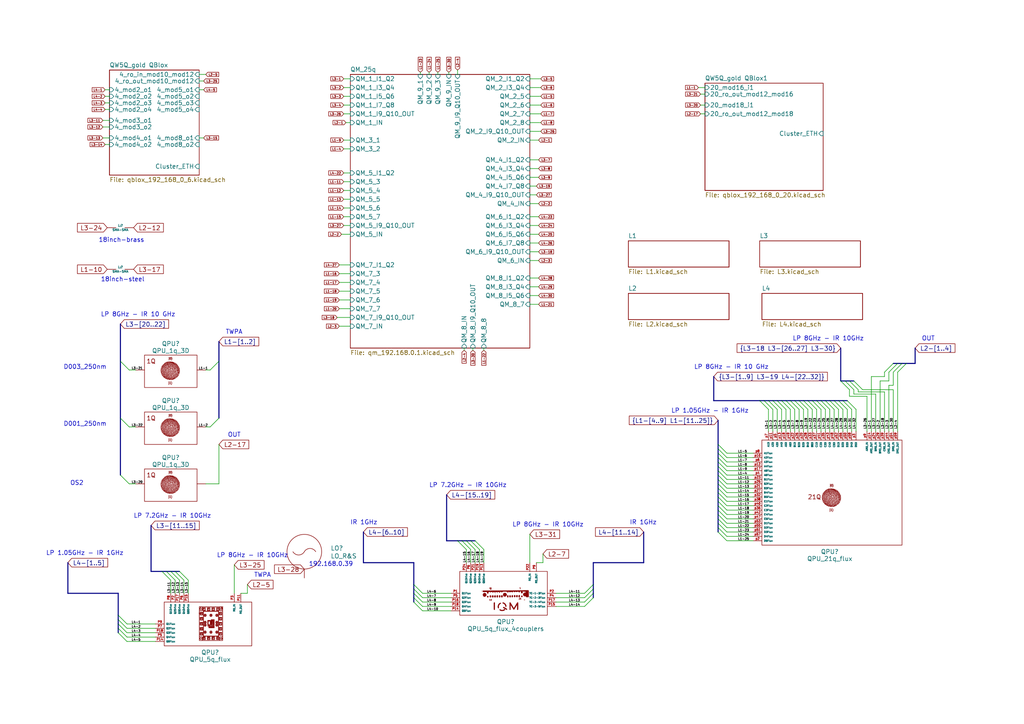
<source format=kicad_sch>
(kicad_sch (version 20230121) (generator eeschema)
  (paper "A4")
  (lib_symbols
    (symbol "Quantum Computing:LO_R&S" (on_board no)
      (property "Reference" "LO" (at 7.62 1.016 0))
      (property "Value" "LO_R&S" (at 7.62 -1.27 0))
      (symbol "LO_R&S_1_1"
        (pin output line (at 0 -7.62 90) (length 2.54) (name "") (number ""))
      )
    )
    (symbol "Quantum Computing:QPU_1q_3D" (on_board no)
      (property "Reference" "QPU" (at 0 7.62 0))
      (property "Value" "QPU_1q_3D" (at 0 5.588 0))
      (symbol "QPU_1q_3D_0_0"
        (text "1Q" (at -5.715 2.54 0) (effects (font (size 1.27 1.27))))
      )
      (symbol "QPU_1q_3D_1_1"
        (pin input line (at -10.16 0 0) (length 2.54) (name "") (number ""))
        (pin output line (at 10.16 0 180) (length 2.54) (name "") (number ""))
      )
    )
    (symbol "Quantum Computing:QPU_21q_flux" (on_board no)
      (property "Reference" "QPU" (at -0.635 -1.905 0))
      (property "Value" "QPU_21q_flux" (at -0.635 -3.937 0))
      (symbol "QPU_21q_flux_0_0"
        (text "21Q" (at -5.08 13.97 0) (effects (font (size 1.27 1.27))))
      )
      (symbol "QPU_21q_flux_1_1"
        (pin input line (at -22.86 25.4 0) (length 2.54) (name "A2Flux") (number "p10"))
        (pin input line (at -17.145 33.02 270) (length 2.54) (name "A2D") (number "p11"))
        (pin input line (at -22.86 22.86 0) (length 2.54) (name "A4Flux") (number "p12"))
        (pin input line (at -14.605 33.02 270) (length 2.54) (name "A4D") (number "p13"))
        (pin output line (at 11.43 33.02 270) (length 2.54) (name "ARO_OUT") (number "p14"))
        (pin input line (at -22.86 21.59 0) (length 2.54) (name "A5Flux") (number "p17"))
        (pin input line (at -13.335 33.02 270) (length 2.54) (name "A5D") (number "p18"))
        (pin input line (at -22.86 1.27 0) (length 2.54) (name "D5Flux") (number "p2"))
        (pin input line (at -8.255 33.02 270) (length 2.54) (name "B3D") (number "p20"))
        (pin input line (at -22.86 16.51 0) (length 2.54) (name "B3Flux") (number "p21"))
        (pin input line (at -10.795 33.02 270) (length 2.54) (name "B1D") (number "p22"))
        (pin input line (at -22.86 19.05 0) (length 2.54) (name "B1Flux") (number "p23"))
        (pin input line (at 12.7 33.02 270) (length 2.54) (name "BRO_IN") (number "p24"))
        (pin input line (at -22.86 17.78 0) (length 2.54) (name "B2Flux") (number "p25"))
        (pin input line (at -9.525 33.02 270) (length 2.54) (name "B2D") (number "p26"))
        (pin input line (at -22.86 15.24 0) (length 2.54) (name "B4Flux") (number "p27"))
        (pin input line (at -6.985 33.02 270) (length 2.54) (name "B4D") (number "p28"))
        (pin output line (at 13.97 33.02 270) (length 2.54) (name "BRO_OUT") (number "p29"))
        (pin input line (at 6.985 33.02 270) (length 2.54) (name "D5D") (number "p3"))
        (pin input line (at -22.86 13.97 0) (length 2.54) (name "B5Flux") (number "p32"))
        (pin input line (at -5.715 33.02 270) (length 2.54) (name "B5D") (number "p33"))
        (pin input line (at -1.905 33.02 270) (length 2.54) (name "C3D") (number "p35"))
        (pin input line (at -22.86 10.16 0) (length 2.54) (name "C3Flux") (number "p36"))
        (pin input line (at -4.445 33.02 270) (length 2.54) (name "C1D") (number "p37"))
        (pin input line (at -22.86 12.7 0) (length 2.54) (name "C1Flux") (number "p38"))
        (pin input line (at 15.24 33.02 270) (length 2.54) (name "CRO_IN") (number "p39"))
        (pin input line (at -22.86 20.32 0) (length 2.54) (name "A6Flux") (number "p4"))
        (pin input line (at -22.86 11.43 0) (length 2.54) (name "C2Flux") (number "p40"))
        (pin input line (at -3.175 33.02 270) (length 2.54) (name "C2D") (number "p41"))
        (pin input line (at -22.86 8.89 0) (length 2.54) (name "C4Flux") (number "p42"))
        (pin input line (at -0.635 33.02 270) (length 2.54) (name "C4D") (number "p43"))
        (pin output line (at 16.51 33.02 270) (length 2.54) (name "CRO_OUT") (number "p44"))
        (pin input line (at -22.86 7.62 0) (length 2.54) (name "C5Flux") (number "p47"))
        (pin input line (at 0.635 33.02 270) (length 2.54) (name "C5D") (number "p48"))
        (pin input line (at -12.065 33.02 270) (length 2.54) (name "A6D") (number "p49"))
        (pin input line (at -15.875 33.02 270) (length 2.54) (name "A3D") (number "p5"))
        (pin input line (at 4.445 33.02 270) (length 2.54) (name "D3D") (number "p50"))
        (pin input line (at -22.86 3.81 0) (length 2.54) (name "D3Flux") (number "p51"))
        (pin input line (at 1.905 33.02 270) (length 2.54) (name "D1D") (number "p52"))
        (pin input line (at -22.86 6.35 0) (length 2.54) (name "D1Flux") (number "p53"))
        (pin input line (at 17.78 33.02 270) (length 2.54) (name "DRO_IN") (number "p54"))
        (pin input line (at -22.86 5.08 0) (length 2.54) (name "D2Flux") (number "p55"))
        (pin input line (at 3.175 33.02 270) (length 2.54) (name "D2D") (number "p56"))
        (pin input line (at -22.86 2.54 0) (length 2.54) (name "D4Flux") (number "p57"))
        (pin input line (at 5.715 33.02 270) (length 2.54) (name "D4D") (number "p58"))
        (pin output line (at 19.05 33.02 270) (length 2.54) (name "DRO_OUT") (number "p59"))
        (pin input line (at -22.86 24.13 0) (length 2.54) (name "A3Flux") (number "p6"))
        (pin input line (at -18.415 33.02 270) (length 2.54) (name "A1D") (number "p7"))
        (pin input line (at -22.86 26.67 0) (length 2.54) (name "A1Flux") (number "p8"))
        (pin input line (at 10.16 33.02 270) (length 2.54) (name "ARO_IN") (number "p9"))
      )
    )
    (symbol "Quantum Computing:QPU_5q_flux" (on_board no)
      (property "Reference" "QPU" (at -5.715 -1.905 0))
      (property "Value" "QPU_5q_flux" (at -5.715 -3.937 0))
      (symbol "QPU_5q_flux_1_1"
        (pin output line (at 3.175 15.24 270) (length 2.54) (name "RO_OUT") (number "P11"))
        (pin input line (at -21.59 1.27 0) (length 2.54) (name "Q0Flux") (number "P14"))
        (pin input line (at -12.065 15.24 270) (length 2.54) (name "Q0Drive") (number "P15"))
        (pin input line (at -14.605 15.24 270) (length 2.54) (name "Q3Drive") (number "P17"))
        (pin input line (at -21.59 3.81 0) (length 2.54) (name "Q3Flux") (number "P18"))
        (pin input line (at -15.875 15.24 270) (length 2.54) (name "Q2Drive") (number "P2"))
        (pin input line (at 1.27 15.24 270) (length 2.54) (name "RO_IN") (number "P3"))
        (pin input line (at -21.59 2.54 0) (length 2.54) (name "Q4Flux") (number "P5"))
        (pin input line (at -13.335 15.24 270) (length 2.54) (name "Q4Drive") (number "P6"))
        (pin input line (at -21.59 5.08 0) (length 2.54) (name "Q2Flux") (number "P7"))
        (pin input line (at -17.145 15.24 270) (length 2.54) (name "Q1Drive") (number "P8"))
        (pin input line (at -21.59 6.35 0) (length 2.54) (name "Q1Flux") (number "P9"))
      )
    )
    (symbol "Quantum Computing:QPU_5q_flux_4couplers" (on_board no)
      (property "Reference" "QPU" (at -5.715 -1.905 0))
      (property "Value" "QPU_5q_flux_4couplers" (at -5.715 -3.937 0))
      (symbol "QPU_5q_flux_4couplers_0_0"
        (text "13" (at -10.16 4.445 0) (effects (font (size 0.4 0.4))))
      )
      (symbol "QPU_5q_flux_4couplers_1_1"
        (pin input line (at -21.59 6.35 0) (length 2.54) (name "Q1Flux") (number "P1"))
        (pin input line (at -12.065 15.24 270) (length 2.54) (name "Q5Drive") (number "P13"))
        (pin input line (at -21.59 1.27 0) (length 2.54) (name "Q5Flux") (number "P14"))
        (pin input line (at 8.89 2.54 180) (length 2.54) (name "TC-3-5Flux") (number "P15"))
        (pin input line (at -21.59 3.81 0) (length 2.54) (name "Q3Flux") (number "P16"))
        (pin input line (at 8.89 3.81 180) (length 2.54) (name "TC-3-4Flux") (number "P17"))
        (pin input line (at -21.59 2.54 0) (length 2.54) (name "Q4Flux") (number "P18"))
        (pin input line (at -13.335 15.24 270) (length 2.54) (name "Q4Drive") (number "P19"))
        (pin input line (at 8.89 6.35 180) (length 2.54) (name "TC-1-3Flux") (number "P2"))
        (pin input line (at -14.605 15.24 270) (length 2.54) (name "Q3Drive") (number "P21"))
        (pin input line (at 1.27 15.24 270) (length 2.54) (name "RO_IN") (number "P22"))
        (pin input line (at -17.145 15.24 270) (length 2.54) (name "Q1Drive") (number "P24"))
        (pin input line (at 8.89 5.08 180) (length 2.54) (name "TC-2-3Flux") (number "P4"))
        (pin input line (at -21.59 5.08 0) (length 2.54) (name "Q2Flux") (number "P5"))
        (pin input line (at -15.875 15.24 270) (length 2.54) (name "Q2Drive") (number "P6"))
        (pin output line (at 3.175 15.24 270) (length 2.54) (name "RO_OUT") (number "P9"))
      )
    )
    (symbol "Quantum Computing:SMA-SMA"
      (property "Reference" "L:" (at 0 0.635 0))
      (property "Value" "SMA-SMA" (at 0 -0.635 0))
      (symbol "SMA-SMA_1_1"
        (pin bidirectional line (at -3.81 0 0) (length 2.54) (name "") (number ""))
        (pin bidirectional line (at 3.81 0 180) (length 2.54) (name "") (number ""))
      )
    )
  )
  (bus_entry (at 135.255 156.845) (size 2.54 2.54))
  (bus_entry (at 243.84 110.49) (size 2.54 2.54))
  (bus_entry (at 236.855 116.205) (size 2.54 2.54))
  (bus_entry (at 208.28 139.065) (size 2.54 2.54))
  (bus_entry (at 230.505 116.205) (size 2.54 2.54))
  (bus_entry (at 137.795 156.845) (size 2.54 2.54))
  (bus_entry (at 60.96 123.825) (size 2.54 -2.54))
  (bus_entry (at 243.205 116.205) (size 2.54 2.54))
  (bus_entry (at 208.28 151.765) (size 2.54 2.54))
  (bus_entry (at 46.99 165.735) (size 2.54 2.54))
  (bus_entry (at 208.28 149.225) (size 2.54 2.54))
  (bus_entry (at 208.28 154.305) (size 2.54 2.54))
  (bus_entry (at 34.29 180.975) (size 2.54 2.54))
  (bus_entry (at 226.695 116.205) (size 2.54 2.54))
  (bus_entry (at 120.015 172.085) (size 2.54 2.54))
  (bus_entry (at 239.395 116.205) (size 2.54 2.54))
  (bus_entry (at 48.26 165.735) (size 2.54 2.54))
  (bus_entry (at 241.935 116.205) (size 2.54 2.54))
  (bus_entry (at 172.085 172.085) (size -2.54 2.54))
  (bus_entry (at 208.28 144.145) (size 2.54 2.54))
  (bus_entry (at 259.08 107.95) (size 2.54 -2.54))
  (bus_entry (at 245.11 110.49) (size 2.54 2.54))
  (bus_entry (at 234.315 116.205) (size 2.54 2.54))
  (bus_entry (at 238.125 116.205) (size 2.54 2.54))
  (bus_entry (at 34.29 178.435) (size 2.54 2.54))
  (bus_entry (at 227.965 116.205) (size 2.54 2.54))
  (bus_entry (at 50.8 165.735) (size 2.54 2.54))
  (bus_entry (at 34.29 179.705) (size 2.54 2.54))
  (bus_entry (at 172.085 173.355) (size -2.54 2.54))
  (bus_entry (at 208.28 153.035) (size 2.54 2.54))
  (bus_entry (at 229.235 116.205) (size 2.54 2.54))
  (bus_entry (at 240.665 116.205) (size 2.54 2.54))
  (bus_entry (at 60.96 107.315) (size 2.54 -2.54))
  (bus_entry (at 34.925 121.285) (size 2.54 2.54))
  (bus_entry (at 136.525 156.845) (size 2.54 2.54))
  (bus_entry (at 120.015 169.545) (size 2.54 2.54))
  (bus_entry (at 208.28 150.495) (size 2.54 2.54))
  (bus_entry (at 220.345 116.205) (size 2.54 2.54))
  (bus_entry (at 132.715 156.845) (size 2.54 2.54))
  (bus_entry (at 222.885 116.205) (size 2.54 2.54))
  (bus_entry (at 257.81 107.95) (size 2.54 -2.54))
  (bus_entry (at 208.28 136.525) (size 2.54 2.54))
  (bus_entry (at 233.045 116.205) (size 2.54 2.54))
  (bus_entry (at 172.085 169.545) (size -2.54 2.54))
  (bus_entry (at 34.925 137.795) (size 2.54 2.54))
  (bus_entry (at 245.745 116.205) (size 2.54 2.54))
  (bus_entry (at 208.28 145.415) (size 2.54 2.54))
  (bus_entry (at 120.015 170.815) (size 2.54 2.54))
  (bus_entry (at 225.425 116.205) (size 2.54 2.54))
  (bus_entry (at 260.35 107.95) (size 2.54 -2.54))
  (bus_entry (at 208.28 128.905) (size 2.54 2.54))
  (bus_entry (at 52.07 165.735) (size 2.54 2.54))
  (bus_entry (at 208.28 140.335) (size 2.54 2.54))
  (bus_entry (at 208.28 132.715) (size 2.54 2.54))
  (bus_entry (at 208.28 147.955) (size 2.54 2.54))
  (bus_entry (at 244.475 116.205) (size 2.54 2.54))
  (bus_entry (at 208.28 142.875) (size 2.54 2.54))
  (bus_entry (at 172.085 170.815) (size -2.54 2.54))
  (bus_entry (at 224.155 116.205) (size 2.54 2.54))
  (bus_entry (at 235.585 116.205) (size 2.54 2.54))
  (bus_entry (at 221.615 116.205) (size 2.54 2.54))
  (bus_entry (at 208.28 141.605) (size 2.54 2.54))
  (bus_entry (at 208.28 146.685) (size 2.54 2.54))
  (bus_entry (at 49.53 165.735) (size 2.54 2.54))
  (bus_entry (at 256.54 107.95) (size 2.54 -2.54))
  (bus_entry (at 120.015 173.355) (size 2.54 2.54))
  (bus_entry (at 208.28 130.175) (size 2.54 2.54))
  (bus_entry (at 120.015 174.625) (size 2.54 2.54))
  (bus_entry (at 34.29 183.515) (size 2.54 2.54))
  (bus_entry (at 208.28 135.255) (size 2.54 2.54))
  (bus_entry (at 34.29 182.245) (size 2.54 2.54))
  (bus_entry (at 208.28 131.445) (size 2.54 2.54))
  (bus_entry (at 231.775 116.205) (size 2.54 2.54))
  (bus_entry (at 247.65 110.49) (size 2.54 2.54))
  (bus_entry (at 133.985 156.845) (size 2.54 2.54))
  (bus_entry (at 208.28 137.795) (size 2.54 2.54))
  (bus_entry (at 34.925 104.775) (size 2.54 2.54))
  (bus_entry (at 208.28 133.985) (size 2.54 2.54))
  (bus_entry (at 246.38 110.49) (size 2.54 2.54))
  (bus (pts (xy 208.28 147.955) (xy 208.28 149.225)))
  (wire (pts (xy 99.695 30.48) (xy 101.6 30.48)))
  (wire (pts (xy 98.425 86.995) (xy 101.6 86.995)))
  (bus (pts (xy 243.205 116.205) (xy 244.475 116.205)))
  (wire (pts (xy 98.425 84.455) (xy 101.6 84.455)))
  (bus (pts (xy 34.925 93.98) (xy 34.925 104.775)))
  (bus (pts (xy 208.28 146.685) (xy 208.28 145.415)))
  (wire (pts (xy 252.73 109.22) (xy 256.54 109.22)))
  (wire (pts (xy 132.715 20.32) (xy 132.715 21.59)))
  (wire (pts (xy 256.54 109.22) (xy 256.54 107.95)))
  (bus (pts (xy 208.28 141.605) (xy 208.28 140.335)))
  (wire (pts (xy 210.82 156.845) (xy 218.44 156.845)))
  (wire (pts (xy 153.67 154.94) (xy 153.67 163.195)))
  (wire (pts (xy 124.46 20.955) (xy 124.46 21.59)))
  (wire (pts (xy 30.48 41.91) (xy 31.75 41.91)))
  (wire (pts (xy 127 20.955) (xy 127 21.59)))
  (bus (pts (xy 220.345 116.205) (xy 221.615 116.205)))
  (wire (pts (xy 153.67 40.64) (xy 156.21 40.64)))
  (wire (pts (xy 57.785 21.59) (xy 59.69 21.59)))
  (wire (pts (xy 98.425 81.915) (xy 101.6 81.915)))
  (wire (pts (xy 229.235 118.745) (xy 229.235 125.095)))
  (bus (pts (xy 208.28 135.255) (xy 208.28 133.985)))
  (bus (pts (xy 236.855 116.205) (xy 238.125 116.205)))
  (wire (pts (xy 153.67 70.485) (xy 156.21 70.485)))
  (wire (pts (xy 257.81 110.49) (xy 255.27 110.49)))
  (wire (pts (xy 137.795 159.385) (xy 137.795 163.195)))
  (wire (pts (xy 210.82 146.685) (xy 218.44 146.685)))
  (wire (pts (xy 225.425 118.745) (xy 225.425 125.095)))
  (wire (pts (xy 50.8 168.275) (xy 50.8 172.085)))
  (wire (pts (xy 57.785 40.005) (xy 59.055 40.005)))
  (bus (pts (xy 48.26 165.735) (xy 46.99 165.735)))
  (bus (pts (xy 34.29 183.515) (xy 34.29 182.245)))
  (bus (pts (xy 245.11 110.49) (xy 243.84 110.49)))
  (wire (pts (xy 210.82 131.445) (xy 218.44 131.445)))
  (bus (pts (xy 241.935 116.205) (xy 243.205 116.205)))
  (wire (pts (xy 241.935 118.745) (xy 241.935 125.095)))
  (wire (pts (xy 210.82 147.955) (xy 218.44 147.955)))
  (bus (pts (xy 208.28 142.875) (xy 208.28 141.605)))
  (wire (pts (xy 153.67 56.515) (xy 155.575 56.515)))
  (wire (pts (xy 224.155 118.745) (xy 224.155 125.095)))
  (bus (pts (xy 208.28 144.145) (xy 208.28 142.875)))
  (wire (pts (xy 101.6 67.945) (xy 99.06 67.945)))
  (wire (pts (xy 153.67 25.4) (xy 156.845 25.4)))
  (bus (pts (xy 259.08 105.41) (xy 260.35 105.41)))
  (wire (pts (xy 210.82 139.065) (xy 218.44 139.065)))
  (bus (pts (xy 233.045 116.205) (xy 234.315 116.205)))
  (bus (pts (xy 231.775 116.205) (xy 233.045 116.205)))
  (wire (pts (xy 226.695 118.745) (xy 226.695 125.095)))
  (bus (pts (xy 240.665 116.205) (xy 241.935 116.205)))
  (bus (pts (xy 120.015 169.545) (xy 120.015 163.195)))
  (wire (pts (xy 254 114.3) (xy 254 125.095)))
  (wire (pts (xy 203.2 33.02) (xy 204.47 33.02)))
  (wire (pts (xy 227.965 118.745) (xy 227.965 125.095)))
  (bus (pts (xy 120.015 172.085) (xy 120.015 170.815)))
  (wire (pts (xy 29.845 34.925) (xy 31.75 34.925)))
  (wire (pts (xy 52.07 168.275) (xy 52.07 172.085)))
  (wire (pts (xy 203.2 27.305) (xy 204.47 27.305)))
  (bus (pts (xy 208.28 153.035) (xy 208.28 151.765)))
  (wire (pts (xy 63.5 128.905) (xy 63.5 140.335)))
  (wire (pts (xy 210.82 149.225) (xy 218.44 149.225)))
  (wire (pts (xy 36.83 180.975) (xy 45.085 180.975)))
  (wire (pts (xy 30.48 31.75) (xy 31.75 31.75)))
  (bus (pts (xy 265.43 100.965) (xy 265.43 105.41)))
  (wire (pts (xy 260.35 107.95) (xy 260.35 125.095)))
  (bus (pts (xy 226.695 116.205) (xy 227.965 116.205)))
  (wire (pts (xy 49.53 168.275) (xy 49.53 172.085)))
  (wire (pts (xy 257.81 111.76) (xy 259.08 111.76)))
  (wire (pts (xy 140.335 100.965) (xy 140.335 101.6)))
  (wire (pts (xy 137.16 100.965) (xy 137.16 101.6)))
  (wire (pts (xy 130.175 20.955) (xy 130.175 21.59)))
  (wire (pts (xy 233.045 118.745) (xy 233.045 125.095)))
  (bus (pts (xy 260.35 105.41) (xy 261.62 105.41)))
  (bus (pts (xy 208.28 150.495) (xy 208.28 149.225)))
  (wire (pts (xy 140.335 159.385) (xy 140.335 163.195)))
  (wire (pts (xy 248.285 118.745) (xy 248.285 125.095)))
  (wire (pts (xy 246.38 114.935) (xy 251.46 114.935)))
  (wire (pts (xy 30.48 27.94) (xy 31.75 27.94)))
  (bus (pts (xy 208.28 139.065) (xy 208.28 137.795)))
  (wire (pts (xy 210.82 154.305) (xy 218.44 154.305)))
  (bus (pts (xy 234.315 116.205) (xy 235.585 116.205)))
  (wire (pts (xy 259.08 113.03) (xy 259.08 125.095)))
  (wire (pts (xy 169.545 175.895) (xy 161.29 175.895)))
  (bus (pts (xy 34.29 179.705) (xy 34.29 178.435)))
  (wire (pts (xy 153.67 30.48) (xy 156.845 30.48)))
  (wire (pts (xy 210.82 151.765) (xy 218.44 151.765)))
  (wire (pts (xy 29.845 40.005) (xy 31.75 40.005)))
  (wire (pts (xy 210.82 150.495) (xy 218.44 150.495)))
  (bus (pts (xy 208.28 131.445) (xy 208.28 130.175)))
  (bus (pts (xy 227.965 116.205) (xy 229.235 116.205)))
  (wire (pts (xy 67.945 163.83) (xy 67.945 172.085)))
  (wire (pts (xy 210.82 140.335) (xy 218.44 140.335)))
  (bus (pts (xy 172.085 172.085) (xy 172.085 170.815)))
  (wire (pts (xy 247.65 114.3) (xy 247.65 113.03)))
  (wire (pts (xy 98.425 94.615) (xy 101.6 94.615)))
  (wire (pts (xy 134.62 100.965) (xy 134.62 101.6)))
  (bus (pts (xy 137.795 156.845) (xy 136.525 156.845)))
  (bus (pts (xy 208.28 140.335) (xy 208.28 139.065)))
  (wire (pts (xy 153.67 83.185) (xy 156.21 83.185)))
  (wire (pts (xy 122.555 175.895) (xy 130.81 175.895)))
  (wire (pts (xy 157.48 160.655) (xy 157.48 163.195)))
  (wire (pts (xy 99.695 52.705) (xy 101.6 52.705)))
  (wire (pts (xy 256.54 113.665) (xy 248.92 113.665)))
  (bus (pts (xy 207.01 109.22) (xy 207.01 116.205)))
  (bus (pts (xy 136.525 156.845) (xy 135.255 156.845)))
  (bus (pts (xy 105.41 154.305) (xy 105.41 163.195)))
  (wire (pts (xy 210.82 153.035) (xy 218.44 153.035)))
  (wire (pts (xy 122.555 177.165) (xy 130.81 177.165)))
  (wire (pts (xy 71.755 172.085) (xy 69.85 172.085)))
  (wire (pts (xy 122.555 174.625) (xy 130.81 174.625)))
  (wire (pts (xy 169.545 173.355) (xy 161.29 173.355)))
  (bus (pts (xy 229.235 116.205) (xy 230.505 116.205)))
  (wire (pts (xy 36.83 186.055) (xy 45.085 186.055)))
  (wire (pts (xy 30.48 29.845) (xy 31.75 29.845)))
  (wire (pts (xy 238.125 118.745) (xy 238.125 125.095)))
  (bus (pts (xy 208.28 133.985) (xy 208.28 132.715)))
  (wire (pts (xy 235.585 118.745) (xy 235.585 125.095)))
  (wire (pts (xy 59.69 123.825) (xy 60.96 123.825)))
  (wire (pts (xy 53.34 168.275) (xy 53.34 172.085)))
  (bus (pts (xy 172.085 169.545) (xy 172.085 163.195)))
  (wire (pts (xy 99.695 50.165) (xy 101.6 50.165)))
  (wire (pts (xy 99.695 25.4) (xy 101.6 25.4)))
  (wire (pts (xy 57.785 23.495) (xy 59.055 23.495)))
  (wire (pts (xy 203.2 30.48) (xy 204.47 30.48)))
  (bus (pts (xy 208.28 145.415) (xy 208.28 144.145)))
  (wire (pts (xy 244.475 118.745) (xy 244.475 125.095)))
  (wire (pts (xy 153.67 35.56) (xy 156.845 35.56)))
  (wire (pts (xy 210.82 155.575) (xy 218.44 155.575)))
  (bus (pts (xy 208.28 146.685) (xy 208.28 147.955)))
  (bus (pts (xy 34.925 104.775) (xy 34.925 121.285)))
  (bus (pts (xy 246.38 110.49) (xy 245.11 110.49)))
  (bus (pts (xy 19.685 163.195) (xy 19.685 172.085)))
  (bus (pts (xy 247.65 110.49) (xy 246.38 110.49)))
  (wire (pts (xy 153.67 38.1) (xy 156.845 38.1)))
  (wire (pts (xy 210.82 145.415) (xy 218.44 145.415)))
  (bus (pts (xy 34.925 121.285) (xy 34.925 137.795)))
  (wire (pts (xy 153.67 62.865) (xy 156.21 62.865)))
  (wire (pts (xy 99.695 55.245) (xy 101.6 55.245)))
  (bus (pts (xy 132.715 156.845) (xy 129.54 156.845)))
  (wire (pts (xy 59.69 107.315) (xy 60.96 107.315)))
  (wire (pts (xy 169.545 174.625) (xy 161.29 174.625)))
  (bus (pts (xy 208.28 130.175) (xy 208.28 128.905)))
  (wire (pts (xy 255.27 110.49) (xy 255.27 125.095)))
  (bus (pts (xy 208.28 154.305) (xy 208.28 153.035)))
  (wire (pts (xy 101.6 65.405) (xy 99.695 65.405)))
  (wire (pts (xy 153.67 85.725) (xy 156.21 85.725)))
  (wire (pts (xy 98.425 89.535) (xy 101.6 89.535)))
  (wire (pts (xy 153.67 65.405) (xy 156.21 65.405)))
  (bus (pts (xy 221.615 116.205) (xy 222.885 116.205)))
  (wire (pts (xy 248.92 113.665) (xy 248.92 113.03)))
  (wire (pts (xy 98.425 79.375) (xy 101.6 79.375)))
  (wire (pts (xy 247.015 118.745) (xy 247.015 125.095)))
  (bus (pts (xy 239.395 116.205) (xy 240.665 116.205)))
  (bus (pts (xy 243.84 100.965) (xy 243.84 110.49)))
  (wire (pts (xy 99.695 27.94) (xy 101.6 27.94)))
  (wire (pts (xy 210.82 136.525) (xy 218.44 136.525)))
  (wire (pts (xy 169.545 172.085) (xy 161.29 172.085)))
  (bus (pts (xy 230.505 116.205) (xy 231.775 116.205)))
  (wire (pts (xy 153.67 33.02) (xy 156.845 33.02)))
  (wire (pts (xy 243.205 118.745) (xy 243.205 125.095)))
  (wire (pts (xy 257.81 107.95) (xy 257.81 110.49)))
  (wire (pts (xy 29.845 36.83) (xy 31.75 36.83)))
  (wire (pts (xy 210.82 137.795) (xy 218.44 137.795)))
  (wire (pts (xy 231.775 118.745) (xy 231.775 125.095)))
  (wire (pts (xy 254 114.3) (xy 247.65 114.3)))
  (bus (pts (xy 120.015 173.355) (xy 120.015 172.085)))
  (bus (pts (xy 186.69 163.195) (xy 172.085 163.195)))
  (bus (pts (xy 186.69 154.305) (xy 186.69 163.195)))
  (wire (pts (xy 99.695 60.325) (xy 101.6 60.325)))
  (wire (pts (xy 251.46 114.935) (xy 251.46 125.095)))
  (wire (pts (xy 246.38 113.03) (xy 246.38 114.935)))
  (wire (pts (xy 202.565 25.4) (xy 204.47 25.4)))
  (bus (pts (xy 129.54 143.51) (xy 129.54 156.845)))
  (bus (pts (xy 235.585 116.205) (xy 236.855 116.205)))
  (bus (pts (xy 172.085 170.815) (xy 172.085 169.545)))
  (wire (pts (xy 54.61 168.275) (xy 54.61 172.085)))
  (bus (pts (xy 120.015 170.815) (xy 120.015 169.545)))
  (bus (pts (xy 63.5 99.06) (xy 63.5 104.775)))
  (wire (pts (xy 37.465 107.315) (xy 39.37 107.315)))
  (wire (pts (xy 210.82 142.875) (xy 218.44 142.875)))
  (wire (pts (xy 239.395 118.745) (xy 239.395 125.095)))
  (wire (pts (xy 153.67 73.025) (xy 156.21 73.025)))
  (bus (pts (xy 49.53 165.735) (xy 48.26 165.735)))
  (wire (pts (xy 157.48 163.195) (xy 155.575 163.195)))
  (wire (pts (xy 37.465 140.335) (xy 39.37 140.335)))
  (bus (pts (xy 208.28 137.795) (xy 208.28 136.525)))
  (wire (pts (xy 136.525 159.385) (xy 136.525 163.195)))
  (wire (pts (xy 210.82 144.145) (xy 218.44 144.145)))
  (wire (pts (xy 99.695 57.785) (xy 101.6 57.785)))
  (bus (pts (xy 207.01 116.205) (xy 220.345 116.205)))
  (wire (pts (xy 36.83 184.785) (xy 45.085 184.785)))
  (bus (pts (xy 208.28 132.715) (xy 208.28 131.445)))
  (bus (pts (xy 222.885 116.205) (xy 224.155 116.205)))
  (wire (pts (xy 37.465 123.825) (xy 39.37 123.825)))
  (bus (pts (xy 50.8 165.735) (xy 49.53 165.735)))
  (bus (pts (xy 120.015 174.625) (xy 120.015 173.355)))
  (wire (pts (xy 36.83 183.515) (xy 45.085 183.515)))
  (wire (pts (xy 234.315 118.745) (xy 234.315 125.095)))
  (bus (pts (xy 262.89 105.41) (xy 265.43 105.41)))
  (wire (pts (xy 153.67 67.945) (xy 156.21 67.945)))
  (wire (pts (xy 59.69 140.335) (xy 63.5 140.335)))
  (wire (pts (xy 153.67 59.055) (xy 156.21 59.055)))
  (wire (pts (xy 210.82 133.985) (xy 218.44 133.985)))
  (wire (pts (xy 245.745 118.745) (xy 245.745 125.095)))
  (wire (pts (xy 153.67 75.565) (xy 156.21 75.565)))
  (wire (pts (xy 99.695 33.02) (xy 101.6 33.02)))
  (wire (pts (xy 100.33 35.56) (xy 101.6 35.56)))
  (wire (pts (xy 210.82 135.255) (xy 218.44 135.255)))
  (wire (pts (xy 153.67 80.645) (xy 156.21 80.645)))
  (bus (pts (xy 34.29 182.245) (xy 34.29 180.975)))
  (wire (pts (xy 236.855 118.745) (xy 236.855 125.095)))
  (bus (pts (xy 43.815 152.4) (xy 43.815 165.735)))
  (wire (pts (xy 259.08 111.76) (xy 259.08 107.95)))
  (bus (pts (xy 208.28 151.765) (xy 208.28 150.495)))
  (wire (pts (xy 153.67 22.86) (xy 156.845 22.86)))
  (wire (pts (xy 99.695 43.18) (xy 101.6 43.18)))
  (wire (pts (xy 99.695 62.865) (xy 101.6 62.865)))
  (wire (pts (xy 99.695 22.86) (xy 101.6 22.86)))
  (bus (pts (xy 52.07 165.735) (xy 50.8 165.735)))
  (wire (pts (xy 252.73 109.22) (xy 252.73 125.095)))
  (bus (pts (xy 238.125 116.205) (xy 239.395 116.205)))
  (wire (pts (xy 153.67 88.265) (xy 156.21 88.265)))
  (wire (pts (xy 250.19 113.03) (xy 259.08 113.03)))
  (bus (pts (xy 105.41 163.195) (xy 120.015 163.195)))
  (bus (pts (xy 133.985 156.845) (xy 132.715 156.845)))
  (wire (pts (xy 97.79 92.075) (xy 101.6 92.075)))
  (wire (pts (xy 153.67 27.94) (xy 156.845 27.94)))
  (bus (pts (xy 244.475 116.205) (xy 245.745 116.205)))
  (bus (pts (xy 34.29 178.435) (xy 34.29 172.085)))
  (bus (pts (xy 46.99 165.735) (xy 43.815 165.735)))
  (wire (pts (xy 30.48 26.035) (xy 31.75 26.035)))
  (bus (pts (xy 225.425 116.205) (xy 226.695 116.205)))
  (wire (pts (xy 36.83 182.245) (xy 45.085 182.245)))
  (wire (pts (xy 153.67 53.975) (xy 155.575 53.975)))
  (wire (pts (xy 57.785 26.035) (xy 59.055 26.035)))
  (wire (pts (xy 153.67 51.435) (xy 156.21 51.435)))
  (wire (pts (xy 210.82 141.605) (xy 218.44 141.605)))
  (wire (pts (xy 122.555 173.355) (xy 130.81 173.355)))
  (wire (pts (xy 121.92 20.955) (xy 121.92 21.59)))
  (wire (pts (xy 153.67 46.355) (xy 156.21 46.355)))
  (wire (pts (xy 122.555 172.085) (xy 130.81 172.085)))
  (bus (pts (xy 135.255 156.845) (xy 133.985 156.845)))
  (wire (pts (xy 257.81 111.76) (xy 257.81 125.095)))
  (bus (pts (xy 261.62 105.41) (xy 262.89 105.41)))
  (wire (pts (xy 99.695 40.64) (xy 101.6 40.64)))
  (bus (pts (xy 224.155 116.205) (xy 225.425 116.205)))
  (wire (pts (xy 135.255 159.385) (xy 135.255 163.195)))
  (wire (pts (xy 71.755 169.545) (xy 71.755 172.085)))
  (wire (pts (xy 139.065 159.385) (xy 139.065 163.195)))
  (bus (pts (xy 208.28 121.92) (xy 208.28 128.905)))
  (bus (pts (xy 34.29 180.975) (xy 34.29 179.705)))
  (bus (pts (xy 208.28 136.525) (xy 208.28 135.255)))
  (wire (pts (xy 210.82 132.715) (xy 218.44 132.715)))
  (wire (pts (xy 230.505 118.745) (xy 230.505 125.095)))
  (bus (pts (xy 63.5 104.775) (xy 63.5 121.285)))
  (bus (pts (xy 19.685 172.085) (xy 34.29 172.085)))
  (wire (pts (xy 256.54 113.665) (xy 256.54 125.095)))
  (bus (pts (xy 172.085 173.355) (xy 172.085 172.085)))
  (wire (pts (xy 153.67 48.895) (xy 156.21 48.895)))
  (wire (pts (xy 240.665 118.745) (xy 240.665 125.095)))
  (wire (pts (xy 222.885 118.745) (xy 222.885 125.095)))
  (wire (pts (xy 98.425 76.835) (xy 101.6 76.835)))
  (text "192.168.0.39\n" (at 89.535 164.465 0) (effects (font (size 1.27 1.27)) (justify left bottom)))
  (text "LP 7.2GHz - IR 10GHz" (at 38.735 150.495 0) (effects (font (size 1.27 1.27)) (justify left bottom)))
  (text "18inch-steel" (at 29.21 81.915 0) (effects (font (size 1.27 1.27)) (justify left bottom)))
  (text "18inch-brass" (at 28.575 70.485 0) (effects (font (size 1.27 1.27)) (justify left bottom)))
  (text "LP 8GHz - IR 10GHz" (at 229.87 99.06 0) (effects (font (size 1.27 1.27)) (justify left bottom)))
  (text "TWPA" (at 73.66 167.64 0) (effects (font (size 1.27 1.27)) (justify left bottom)))
  (text "LP 1.05GHz - IR 1GHz" (at 13.335 161.29 0) (effects (font (size 1.27 1.27)) (justify left bottom)))
  (text "TWPA" (at 65.405 97.155 0) (effects (font (size 1.27 1.27)) (justify left bottom)))
  (text "IR 1GHz" (at 101.6 152.4 0) (effects (font (size 1.27 1.27)) (justify left bottom)))
  (text "LP 8GHz - IR 10 GHz" (at 29.21 92.075 0) (effects (font (size 1.27 1.27)) (justify left bottom)))
  (text "LP 8GHz - IR 10 GHz" (at 201.295 107.315 0) (effects (font (size 1.27 1.27)) (justify left bottom)))
  (text "OS2" (at 20.32 140.97 0) (effects (font (size 1.27 1.27)) (justify left bottom)))
  (text "LP 1.05GHz - IR 1GHz" (at 217.17 120.015 0) (effects (font (size 1.27 1.27)) (justify right bottom)))
  (text "LP 7.2GHz - IR 10GHz" (at 124.46 141.605 0) (effects (font (size 1.27 1.27)) (justify left bottom)))
  (text "D003_250nm" (at 18.415 107.315 0) (effects (font (size 1.27 1.27)) (justify left bottom)))
  (text "LP 8GHz - IR 10GHz" (at 62.865 161.925 0) (effects (font (size 1.27 1.27)) (justify left bottom)))
  (text "D001_250nm\n" (at 18.415 123.825 0) (effects (font (size 1.27 1.27)) (justify left bottom)))
  (text "LP 8GHz - IR 10GHz" (at 148.59 153.035 0) (effects (font (size 1.27 1.27)) (justify left bottom)))
  (text "OUT" (at 66.04 127 0) (effects (font (size 1.27 1.27)) (justify left bottom)))
  (text "IR 1GHz" (at 190.5 152.4 0) (effects (font (size 1.27 1.27)) (justify right bottom)))
  (text "OUT" (at 267.335 99.06 0) (effects (font (size 1.27 1.27)) (justify left bottom)))
  (label "L3-1" (at 222.885 124.46 90) (effects (font (size 0.64 0.64))))
  (label "L4-30" (at 245.745 124.46 90) (effects (font (size 0.64 0.64))))
  (label "L4-9" (at 123.825 175.895 0) (effects (font (size 0.64 0.64))))
  (label "L1-1" (at 60.325 107.315 180) (effects (font (size 0.64 0.64))))
  (label "L1-7" (at 213.995 133.985 0) (effects (font (size 0.64 0.64))))
  (label "L3-4" (at 226.695 124.46 90) (effects (font (size 0.64 0.64))))
  (label "L4-17" (at 137.795 163.195 90) (effects (font (size 0.64 0.64))))
  (label "L3-13" (at 52.07 172.085 90) (effects (font (size 0.64 0.64))))
  (label "L3-27" (at 254 124.46 90) (effects (font (size 0.64 0.64))))
  (label "L3-11" (at 49.53 172.085 90) (effects (font (size 0.64 0.64))))
  (label "L1-21" (at 213.995 151.765 0) (effects (font (size 0.64 0.64))))
  (label "L1-16" (at 213.995 145.415 0) (effects (font (size 0.64 0.64))))
  (label "L1-19" (at 213.995 149.225 0) (effects (font (size 0.64 0.64))))
  (label "L4-22" (at 235.585 124.46 90) (effects (font (size 0.64 0.64))))
  (label "L4-26" (at 240.665 124.46 90) (effects (font (size 0.64 0.64))))
  (label "L1-2" (at 60.325 123.825 180) (effects (font (size 0.64 0.64))))
  (label "L4-11" (at 168.275 172.085 180) (effects (font (size 0.64 0.64))))
  (label "L1-12" (at 213.995 140.335 0) (effects (font (size 0.64 0.64))))
  (label "L1-23" (at 213.995 154.305 0) (effects (font (size 0.64 0.64))))
  (label "L4-3" (at 38.1 183.515 0) (effects (font (size 0.64 0.64))))
  (label "L4-1" (at 38.1 180.975 0) (effects (font (size 0.64 0.64))))
  (label "L4-4" (at 38.1 184.785 0) (effects (font (size 0.64 0.64))))
  (label "L4-15" (at 135.255 163.195 90) (effects (font (size 0.64 0.64))))
  (label "L2-4" (at 260.35 124.46 90) (effects (font (size 0.64 0.64))))
  (label "L1-13" (at 213.995 141.605 0) (effects (font (size 0.64 0.64))))
  (label "L3-12" (at 50.8 172.085 90) (effects (font (size 0.64 0.64))))
  (label "L4-12" (at 168.275 173.355 180) (effects (font (size 0.64 0.64))))
  (label "L4-16" (at 136.525 163.195 90) (effects (font (size 0.64 0.64))))
  (label "L1-5" (at 213.995 131.445 0) (effects (font (size 0.64 0.64))))
  (label "L3-2" (at 224.155 124.46 90) (effects (font (size 0.64 0.64))))
  (label "L1-25" (at 213.995 156.845 0) (effects (font (size 0.64 0.64))))
  (label "L4-18" (at 139.065 163.195 90) (effects (font (size 0.64 0.64))))
  (label "L1-11" (at 213.995 139.065 0) (effects (font (size 0.64 0.64))))
  (label "L1-6" (at 213.995 132.715 0) (effects (font (size 0.64 0.64))))
  (label "L4-14" (at 168.275 175.895 180) (effects (font (size 0.64 0.64))))
  (label "L3-3" (at 225.425 124.46 90) (effects (font (size 0.64 0.64))))
  (label "L4-6" (at 123.825 172.085 0) (effects (font (size 0.64 0.64))))
  (label "L3-30" (at 259.08 124.46 90) (effects (font (size 0.64 0.64))))
  (label "L3-21" (at 38.1 107.315 0) (effects (font (size 0.64 0.64))))
  (label "L4-10" (at 123.825 177.165 0) (effects (font (size 0.64 0.64))))
  (label "L2-3" (at 257.81 124.46 90) (effects (font (size 0.64 0.64))))
  (label "L3-18" (at 256.54 124.46 90) (effects (font (size 0.64 0.64))))
  (label "L3-6" (at 229.235 124.46 90) (effects (font (size 0.64 0.64))))
  (label "L3-9" (at 233.045 124.46 90) (effects (font (size 0.64 0.64))))
  (label "L3-20" (at 38.1 140.335 0) (effects (font (size 0.64 0.64))))
  (label "L4-27" (at 241.935 124.46 90) (effects (font (size 0.64 0.64))))
  (label "L3-26" (at 251.46 124.46 90) (effects (font (size 0.64 0.64))))
  (label "L1-9" (at 213.995 136.525 0) (effects (font (size 0.64 0.64))))
  (label "L3-22" (at 38.1 123.825 0) (effects (font (size 0.64 0.64))))
  (label "L4-32" (at 248.285 124.46 90) (effects (font (size 0.64 0.64))))
  (label "L4-23" (at 236.855 124.46 90) (effects (font (size 0.64 0.64))))
  (label "L4-28" (at 243.205 124.46 90) (effects (font (size 0.64 0.64))))
  (label "L3-5" (at 227.965 124.46 90) (effects (font (size 0.64 0.64))))
  (label "L3-19" (at 234.315 124.46 90) (effects (font (size 0.64 0.64))))
  (label "L4-25" (at 239.395 124.46 90) (effects (font (size 0.64 0.64))))
  (label "L3-15" (at 54.61 172.085 90) (effects (font (size 0.64 0.64))))
  (label "L1-17" (at 213.995 146.685 0) (effects (font (size 0.64 0.64))))
  (label "L4-13" (at 168.275 174.625 180) (effects (font (size 0.64 0.64))))
  (label "L1-8" (at 213.995 135.255 0) (effects (font (size 0.64 0.64))))
  (label "L2-2" (at 255.27 124.46 90) (effects (font (size 0.64 0.64))))
  (label "L4-29" (at 244.475 124.46 90) (effects (font (size 0.64 0.64))))
  (label "L4-2" (at 38.1 182.245 0) (effects (font (size 0.64 0.64))))
  (label "L3-8" (at 231.775 124.46 90) (effects (font (size 0.64 0.64))))
  (label "L3-14" (at 53.34 172.085 90) (effects (font (size 0.64 0.64))))
  (label "L2-1" (at 252.73 124.46 90) (effects (font (size 0.64 0.64))))
  (label "L4-31" (at 247.015 124.46 90) (effects (font (size 0.64 0.64))))
  (label "L1-22" (at 213.995 153.035 0) (effects (font (size 0.64 0.64))))
  (label "L1-15" (at 213.995 144.145 0) (effects (font (size 0.64 0.64))))
  (label "L4-5" (at 38.1 186.055 0) (effects (font (size 0.64 0.64))))
  (label "L4-8" (at 123.825 174.625 0) (effects (font (size 0.64 0.64))))
  (label "L4-7" (at 123.825 173.355 0) (effects (font (size 0.64 0.64))))
  (label "L4-19" (at 140.335 163.195 90) (effects (font (size 0.64 0.64))))
  (label "L1-24" (at 213.995 155.575 0) (effects (font (size 0.64 0.64))))
  (label "L1-4" (at 213.995 137.795 0) (effects (font (size 0.64 0.64))))
  (label "L1-14" (at 213.995 142.875 0) (effects (font (size 0.64 0.64))))
  (label "L1-20" (at 213.995 150.495 0) (effects (font (size 0.64 0.64))))
  (label "L1-18" (at 213.995 147.955 0) (effects (font (size 0.64 0.64))))
  (label "L4-24" (at 238.125 124.46 90) (effects (font (size 0.64 0.64))))
  (label "L3-7" (at 230.505 124.46 90) (effects (font (size 0.64 0.64))))
  (global_label "L3-8" (shape input) (at 156.21 48.895 0) (effects (font (size 0.64 0.64))) (property "Intersheetrefs" "${INTERSHEET_REFS}" (effects hide)))
  (global_label "L3-27" (shape input) (at 155.575 56.515 0) (effects (font (size 0.64 0.64))) (property "Intersheetrefs" "${INTERSHEET_REFS}" (effects hide)))
  (global_label "L3-1" (shape input) (at 99.695 22.86 180) (effects (font (size 0.64 0.64))) (property "Intersheetrefs" "${INTERSHEET_REFS}" (effects hide)))
  (global_label "L2-17" (shape input) (at 203.2 33.02 180) (effects (font (size 0.64 0.64))) (property "Intersheetrefs" "${INTERSHEET_REFS}" (effects hide)))
  (global_label "L4-[1..5]" (shape input) (at 19.685 163.195 0) (property "Intersheetrefs" "${INTERSHEET_REFS}" (effects hide)))
  (global_label "L1-4" (shape input) (at 99.695 43.18 180) (effects (font (size 0.64 0.64))) (property "Intersheetrefs" "${INTERSHEET_REFS}" (effects hide)))
  (global_label "L3-28" (shape input) (at 88.265 165.1 180) (property "Intersheetrefs" "${INTERSHEET_REFS}" (effects hide)))
  (global_label "L1-9" (shape input) (at 99.695 40.64 180) (effects (font (size 0.64 0.64))) (property "Intersheetrefs" "${INTERSHEET_REFS}" (effects hide)))
  (global_label "L4-[6..10]" (shape input) (at 105.41 154.305 0) (property "Intersheetrefs" "${INTERSHEET_REFS}" (effects hide)))
  (global_label "L1-17" (shape input) (at 98.425 81.915 180) (effects (font (size 0.64 0.64))) (property "Intersheetrefs" "${INTERSHEET_REFS}" (effects hide)))
  (global_label "L2-5" (shape input) (at 71.755 169.545 0) (property "Intersheetrefs" "${INTERSHEET_REFS}" (effects hide)))
  (global_label "L1-8" (shape input) (at 156.845 35.56 0) (effects (font (size 0.64 0.64))) (property "Intersheetrefs" "${INTERSHEET_REFS}" (effects hide)))
  (global_label "L3-6" (shape input) (at 156.845 25.4 0) (effects (font (size 0.64 0.64))) (property "Intersheetrefs" "${INTERSHEET_REFS}" (effects hide)))
  (global_label "L1-18" (shape input) (at 98.425 84.455 180) (effects (font (size 0.64 0.64))) (property "Intersheetrefs" "${INTERSHEET_REFS}" (effects hide)))
  (global_label "L2-2" (shape input) (at 99.06 67.945 180) (effects (font (size 0.64 0.64))) (property "Intersheetrefs" "${INTERSHEET_REFS}" (effects hide)))
  (global_label "L1-11" (shape input) (at 99.695 52.705 180) (effects (font (size 0.64 0.64))) (property "Intersheetrefs" "${INTERSHEET_REFS}" (effects hide)))
  (global_label "L4-1" (shape input) (at 30.48 26.035 180) (effects (font (size 0.64 0.64))) (property "Intersheetrefs" "${INTERSHEET_REFS}" (effects hide)))
  (global_label "L1-1" (shape input) (at 202.565 25.4 180) (effects (font (size 0.64 0.64))) (property "Intersheetrefs" "${INTERSHEET_REFS}" (effects hide)))
  (global_label "{L3-[1..9] L3-19 L4-[22..32]}" (shape input) (at 207.01 109.22 0) (property "Intersheetrefs" "${INTERSHEET_REFS}" (effects hide)))
  (global_label "L3-14" (shape input) (at 30.48 41.91 180) (effects (font (size 0.64 0.64))) (property "Intersheetrefs" "${INTERSHEET_REFS}" (effects hide)))
  (global_label "L1-20" (shape input) (at 98.425 89.535 180) (effects (font (size 0.64 0.64))) (property "Intersheetrefs" "${INTERSHEET_REFS}" (effects hide)))
  (global_label "L1-19" (shape input) (at 98.425 86.995 180) (effects (font (size 0.64 0.64))) (property "Intersheetrefs" "${INTERSHEET_REFS}" (effects hide)))
  (global_label "L4-25" (shape input) (at 156.21 67.945 0) (effects (font (size 0.64 0.64))) (property "Intersheetrefs" "${INTERSHEET_REFS}" (effects hide)))
  (global_label "L4-22" (shape input) (at 99.695 50.165 180) (effects (font (size 0.64 0.64))) (property "Intersheetrefs" "${INTERSHEET_REFS}" (effects hide)))
  (global_label "L2-[1..4]" (shape input) (at 265.43 100.965 0) (property "Intersheetrefs" "${INTERSHEET_REFS}" (effects hide)))
  (global_label "L4-[11..14]" (shape input) (at 186.69 154.305 180) (property "Intersheetrefs" "${INTERSHEET_REFS}" (effects hide)))
  (global_label "L1-12" (shape input) (at 99.695 55.245 180) (effects (font (size 0.64 0.64))) (property "Intersheetrefs" "${INTERSHEET_REFS}" (effects hide)))
  (global_label "L1-13" (shape input) (at 99.695 57.785 180) (effects (font (size 0.64 0.64))) (property "Intersheetrefs" "${INTERSHEET_REFS}" (effects hide)))
  (global_label "L1-16" (shape input) (at 98.425 79.375 180) (effects (font (size 0.64 0.64))) (property "Intersheetrefs" "${INTERSHEET_REFS}" (effects hide)))
  (global_label "L3-13" (shape input) (at 29.845 40.005 180) (effects (font (size 0.64 0.64))) (property "Intersheetrefs" "${INTERSHEET_REFS}" (effects hide)))
  (global_label "L1-15" (shape input) (at 99.695 62.865 180) (effects (font (size 0.64 0.64))) (property "Intersheetrefs" "${INTERSHEET_REFS}" (effects hide)))
  (global_label "L1-5" (shape input) (at 156.845 27.94 0) (effects (font (size 0.64 0.64))) (property "Intersheetrefs" "${INTERSHEET_REFS}" (effects hide)))
  (global_label "L2-3" (shape input) (at 98.425 94.615 180) (effects (font (size 0.64 0.64))) (property "Intersheetrefs" "${INTERSHEET_REFS}" (effects hide)))
  (global_label "L3-2" (shape input) (at 99.695 25.4 180) (effects (font (size 0.64 0.64))) (property "Intersheetrefs" "${INTERSHEET_REFS}" (effects hide)))
  (global_label "L3-18" (shape input) (at 97.79 92.075 180) (effects (font (size 0.64 0.64))) (property "Intersheetrefs" "${INTERSHEET_REFS}" (effects hide)))
  (global_label "L4-28" (shape input) (at 156.21 80.645 0) (effects (font (size 0.64 0.64))) (property "Intersheetrefs" "${INTERSHEET_REFS}" (effects hide)))
  (global_label "L3-30" (shape input) (at 137.16 101.6 270) (effects (font (size 0.64 0.64))) (property "Intersheetrefs" "${INTERSHEET_REFS}" (effects hide)))
  (global_label "L3-30" (shape input) (at 130.175 20.955 90) (effects (font (size 0.64 0.64))) (property "Intersheetrefs" "${INTERSHEET_REFS}" (effects hide)))
  (global_label "L2-2" (shape input) (at 156.21 59.055 0) (effects (font (size 0.64 0.64))) (property "Intersheetrefs" "${INTERSHEET_REFS}" (effects hide)))
  (global_label "L4-[15..19]" (shape input) (at 129.54 143.51 0) (property "Intersheetrefs" "${INTERSHEET_REFS}" (effects hide)))
  (global_label "L3-21" (shape input) (at 203.2 27.305 180) (effects (font (size 0.64 0.64))) (property "Intersheetrefs" "${INTERSHEET_REFS}" (effects hide)))
  (global_label "L1-23" (shape input) (at 121.92 20.955 90) (effects (font (size 0.64 0.64))) (property "Intersheetrefs" "${INTERSHEET_REFS}" (effects hide)))
  (global_label "L1-6" (shape input) (at 156.845 30.48 0) (effects (font (size 0.64 0.64))) (property "Intersheetrefs" "${INTERSHEET_REFS}" (effects hide)))
  (global_label "L3-26" (shape input) (at 156.845 38.1 0) (effects (font (size 0.64 0.64))) (property "Intersheetrefs" "${INTERSHEET_REFS}" (effects hide)))
  (global_label "L4-29" (shape input) (at 156.21 83.185 0) (effects (font (size 0.64 0.64))) (property "Intersheetrefs" "${INTERSHEET_REFS}" (effects hide)))
  (global_label "L3-20" (shape input) (at 203.2 30.48 180) (effects (font (size 0.64 0.64))) (property "Intersheetrefs" "${INTERSHEET_REFS}" (effects hide)))
  (global_label "L4-23" (shape input) (at 156.21 62.865 0) (effects (font (size 0.64 0.64))) (property "Intersheetrefs" "${INTERSHEET_REFS}" (effects hide)))
  (global_label "L3-31" (shape input) (at 153.67 154.94 0) (property "Intersheetrefs" "${INTERSHEET_REFS}" (effects hide)))
  (global_label "L2-7" (shape input) (at 157.48 160.655 0) (property "Intersheetrefs" "${INTERSHEET_REFS}" (effects hide)))
  (global_label "{L3-18 L3-[26..27] L3-30}" (shape input) (at 243.84 100.965 180) (property "Intersheetrefs" "${INTERSHEET_REFS}" (effects hide)))
  (global_label "L3-27" (shape input) (at 99.695 65.405 180) (effects (font (size 0.64 0.64))) (property "Intersheetrefs" "${INTERSHEET_REFS}" (effects hide)))
  (global_label "L3-[20..22]" (shape input) (at 34.925 93.98 0) (property "Intersheetrefs" "${INTERSHEET_REFS}" (effects hide)))
  (global_label "L2-4" (shape input) (at 132.715 20.32 90) (effects (font (size 0.64 0.64))) (property "Intersheetrefs" "${INTERSHEET_REFS}" (effects hide)))
  (global_label "L3-24" (shape input) (at 31.115 66.04 180) (property "Intersheetrefs" "${INTERSHEET_REFS}" (effects hide)))
  (global_label "L3-15" (shape input) (at 59.055 40.005 0) (effects (font (size 0.64 0.64))) (property "Intersheetrefs" "${INTERSHEET_REFS}" (effects hide)))
  (global_label "L4-4" (shape input) (at 30.48 31.75 180) (effects (font (size 0.64 0.64))) (property "Intersheetrefs" "${INTERSHEET_REFS}" (effects hide)))
  (global_label "L4-5" (shape input) (at 59.055 26.035 0) (effects (font (size 0.64 0.64))) (property "Intersheetrefs" "${INTERSHEET_REFS}" (effects hide)))
  (global_label "L2-12" (shape input) (at 38.735 66.04 0) (property "Intersheetrefs" "${INTERSHEET_REFS}" (effects hide)))
  (global_label "L4-24" (shape input) (at 156.21 65.405 0) (effects (font (size 0.64 0.64))) (property "Intersheetrefs" "${INTERSHEET_REFS}" (effects hide)))
  (global_label "L4-2" (shape input) (at 30.48 27.94 180) (effects (font (size 0.64 0.64))) (property "Intersheetrefs" "${INTERSHEET_REFS}" (effects hide)))
  (global_label "L3-[11..15]" (shape input) (at 43.815 152.4 0) (property "Intersheetrefs" "${INTERSHEET_REFS}" (effects hide)))
  (global_label "L3-25" (shape input) (at 59.055 23.495 0) (effects (font (size 0.64 0.64))) (property "Intersheetrefs" "${INTERSHEET_REFS}" (effects hide)))
  (global_label "L3-25" (shape input) (at 67.945 163.83 0) (property "Intersheetrefs" "${INTERSHEET_REFS}" (effects hide)))
  (global_label "L3-3" (shape input) (at 99.695 27.94 180) (effects (font (size 0.64 0.64))) (property "Intersheetrefs" "${INTERSHEET_REFS}" (effects hide)))
  (global_label "L2-17" (shape input) (at 63.5 128.905 0) (property "Intersheetrefs" "${INTERSHEET_REFS}" (effects hide)))
  (global_label "L2-1" (shape input) (at 156.21 40.64 0) (effects (font (size 0.64 0.64))) (property "Intersheetrefs" "${INTERSHEET_REFS}" (effects hide)))
  (global_label "L1-7" (shape input) (at 156.845 33.02 0) (effects (font (size 0.64 0.64))) (property "Intersheetrefs" "${INTERSHEET_REFS}" (effects hide)))
  (global_label "L2-3" (shape input) (at 156.21 75.565 0) (effects (font (size 0.64 0.64))) (property "Intersheetrefs" "${INTERSHEET_REFS}" (effects hide)))
  (global_label "L4-27" (shape input) (at 98.425 76.835 180) (effects (font (size 0.64 0.64))) (property "Intersheetrefs" "${INTERSHEET_REFS}" (effects hide)))
  (global_label "L3-4" (shape input) (at 99.695 30.48 180) (effects (font (size 0.64 0.64))) (property "Intersheetrefs" "${INTERSHEET_REFS}" (effects hide)))
  (global_label "L2-1" (shape input) (at 100.33 35.56 180) (effects (font (size 0.64 0.64))) (property "Intersheetrefs" "${INTERSHEET_REFS}" (effects hide)))
  (global_label "L1-25" (shape input) (at 127 20.955 90) (effects (font (size 0.64 0.64))) (property "Intersheetrefs" "${INTERSHEET_REFS}" (effects hide)))
  (global_label "L1-[1..2]" (shape input) (at 63.5 99.06 0) (property "Intersheetrefs" "${INTERSHEET_REFS}" (effects hide)))
  (global_label "L2-4" (shape input) (at 134.62 101.6 270) (effects (font (size 0.64 0.64))) (property "Intersheetrefs" "${INTERSHEET_REFS}" (effects hide)))
  (global_label "L3-11" (shape input) (at 29.845 34.925 180) (effects (font (size 0.64 0.64))) (property "Intersheetrefs" "${INTERSHEET_REFS}" (effects hide)))
  (global_label "L1-21" (shape input) (at 156.21 88.265 0) (effects (font (size 0.64 0.64))) (property "Intersheetrefs" "${INTERSHEET_REFS}" (effects hide)))
  (global_label "L3-7" (shape input) (at 156.21 46.355 0) (effects (font (size 0.64 0.64))) (property "Intersheetrefs" "${INTERSHEET_REFS}" (effects hide)))
  (global_label "L4-3" (shape input) (at 30.48 29.845 180) (effects (font (size 0.64 0.64))) (property "Intersheetrefs" "${INTERSHEET_REFS}" (effects hide)))
  (global_label "L3-17" (shape input) (at 38.735 78.105 0) (property "Intersheetrefs" "${INTERSHEET_REFS}" (effects hide)))
  (global_label "L3-12" (shape input) (at 29.845 36.83 180) (effects (font (size 0.64 0.64))) (property "Intersheetrefs" "${INTERSHEET_REFS}" (effects hide)))
  (global_label "L3-19" (shape input) (at 155.575 53.975 0) (effects (font (size 0.64 0.64))) (property "Intersheetrefs" "${INTERSHEET_REFS}" (effects hide)))
  (global_label "L3-9" (shape input) (at 156.21 51.435 0) (effects (font (size 0.64 0.64))) (property "Intersheetrefs" "${INTERSHEET_REFS}" (effects hide)))
  (global_label "L3-26" (shape input) (at 99.695 33.02 180) (effects (font (size 0.64 0.64))) (property "Intersheetrefs" "${INTERSHEET_REFS}" (effects hide)))
  (global_label "L3-5" (shape input) (at 156.845 22.86 0) (effects (font (size 0.64 0.64))) (property "Intersheetrefs" "${INTERSHEET_REFS}" (effects hide)))
  (global_label "L1-10" (shape input) (at 31.115 78.105 180) (property "Intersheetrefs" "${INTERSHEET_REFS}" (effects hide)))
  (global_label "{L1-[4..9] L1-[11..25]}" (shape input) (at 208.28 121.92 180) (property "Intersheetrefs" "${INTERSHEET_REFS}" (effects hide)))
  (global_label "L2-5" (shape input) (at 59.69 21.59 0) (effects (font (size 0.64 0.64))) (property "Intersheetrefs" "${INTERSHEET_REFS}" (effects hide)))
  (global_label "L1-24" (shape input) (at 124.46 20.955 90) (effects (font (size 0.64 0.64))) (property "Intersheetrefs" "${INTERSHEET_REFS}" (effects hide)))
  (global_label "L4-30" (shape input) (at 156.21 85.725 0) (effects (font (size 0.64 0.64))) (property "Intersheetrefs" "${INTERSHEET_REFS}" (effects hide)))
  (global_label "L1-22" (shape input) (at 140.335 101.6 270) (effects (font (size 0.64 0.64))) (property "Intersheetrefs" "${INTERSHEET_REFS}" (effects hide)))
  (global_label "L4-26" (shape input) (at 156.21 70.485 0) (effects (font (size 0.64 0.64))) (property "Intersheetrefs" "${INTERSHEET_REFS}" (effects hide)))
  (global_label "L1-14" (shape input) (at 99.695 60.325 180) (effects (font (size 0.64 0.64))) (property "Intersheetrefs" "${INTERSHEET_REFS}" (effects hide)))
  (global_label "L3-18" (shape input) (at 156.21 73.025 0) (effects (font (size 0.64 0.64))) (property "Intersheetrefs" "${INTERSHEET_REFS}" (effects hide)))
  (symbol (lib_id "Quantum Computing:SMA-SMA") (at 34.925 66.04 0) (unit 1)
    (property "Reference" "L:?" (at 34.925 65.405 0) (effects (font (size 0.64 0.64))))
    (property "Value" "SMA-SMA" (at 34.925 66.675 0) (effects (font (size 0.64 0.64))))
  )
  (symbol (lib_id "Quantum Computing:QPU_5q_flux_4couplers") (at 152.4 178.435 0) (unit 1) (on_board no)
    (property "Reference" "QPU?" (at 146.685 180.34 0))
    (property "Value" "QPU_5q_flux_4couplers" (at 146.685 182.372 0))
  )
  (symbol (lib_id "Quantum Computing:QPU_1q_3D") (at 49.53 107.315 0) (unit 1) (on_board no)
    (property "Reference" "QPU?" (at 49.53 99.695 0))
    (property "Value" "QPU_1q_3D" (at 49.53 101.727 0))
  )
  (symbol (lib_id "Quantum Computing:QPU_1q_3D") (at 49.53 140.335 0) (unit 1) (on_board no)
    (property "Reference" "QPU?" (at 49.53 132.715 0))
    (property "Value" "QPU_1q_3D" (at 49.53 134.747 0))
  )
  (symbol (lib_id "Quantum Computing:LO_R&S") (at 88.265 160.02 0) (unit 1) (on_board no)
    (property "Reference" "LO?" (at 95.885 159.004 0) (effects (justify left)))
    (property "Value" "LO_R&S" (at 95.885 161.29 0) (effects (justify left)))
  )
  (symbol (lib_id "Quantum Computing:SMA-SMA") (at 34.925 78.105 0) (unit 1)
    (property "Reference" "L:?" (at 34.925 77.47 0) (effects (font (size 0.64 0.64))))
    (property "Value" "SMA-SMA" (at 34.925 78.74 0) (effects (font (size 0.64 0.64))))
  )
  (symbol (lib_id "Quantum Computing:QPU_1q_3D") (at 49.53 123.825 0) (unit 1) (on_board no)
    (property "Reference" "QPU?" (at 49.53 116.205 0))
    (property "Value" "QPU_1q_3D" (at 49.53 118.237 0))
  )
  (symbol (lib_id "Quantum Computing:QPU_5q_flux") (at 66.675 187.325 0) (unit 1) (on_board no)
    (property "Reference" "QPU?" (at 60.96 189.23 0))
    (property "Value" "QPU_5q_flux" (at 60.96 191.262 0))
  )
  (symbol (lib_id "Quantum Computing:QPU_21q_flux") (at 241.3 158.115 0) (unit 1) (on_board no)
    (property "Reference" "QPU?" (at 240.665 160.02 0))
    (property "Value" "QPU_21q_flux" (at 240.665 162.052 0))
  )
  (sheet (at 204.47 24.13) (size 34.29 31.115) (stroke (width 0.1524))
    (property "Sheetname" "QW5Q_gold QBlox1" (at 204.47 23.4184 0) (effects (justify left bottom)))
    (property "Sheetfile" "qblox_192_168_0_20.kicad_sch" (at 204.47 55.8296 0) (effects (justify left top)))
    (pin "Cluster_ETH" input (at 238.76 38.735 0))
    (pin "20_mod18_i1" input (at 204.47 30.48 180))
    (pin "20_ro_out_mod12_mod16" input (at 204.47 27.305 180))
    (pin "20_ro_out_mod12_mod18" input (at 204.47 33.02 180))
    (pin "20_mod16_i1" input (at 204.47 25.4 180))
  )
  (sheet (at 220.98 85.09) (size 29.21 7.62) (stroke (width 0.1524))
    (property "Sheetname" "L4" (at 220.98 84.3784 0) (effects (justify left bottom)))
    (property "Sheetfile" "L4.kicad_sch" (at 220.98 93.2946 0) (effects (justify left top)))
  )
  (sheet (at 31.75 20.32) (size 26.035 30.48) (stroke (width 0.1524))
    (property "Sheetname" "QW5Q_gold QBlox" (at 31.75 19.6084 0) (effects (justify left bottom)))
    (property "Sheetfile" "qblox_192_168_0_6.kicad_sch" (at 31.75 51.3846 0) (effects (justify left top)))
    (pin "Cluster_ETH" input (at 57.785 48.26 0))
    (pin "4_mod3_o1" input (at 31.75 34.925 180))
    (pin "4_ro_out_mod10_mod12" input (at 57.785 23.495 0))
    (pin "4_ro_in_mod10_mod12" input (at 57.785 21.59 0))
    (pin "4_mod8_o2" input (at 57.785 41.91 0))
    (pin "4_mod8_o1" input (at 57.785 40.005 0))
    (pin "4_mod5_o1" input (at 57.785 26.035 0))
    (pin "4_mod4_o1" input (at 31.75 40.005 180))
    (pin "4_mod5_o3" input (at 57.785 29.845 0))
    (pin "4_mod4_o2" input (at 31.75 41.91 180))
    (pin "4_mod5_o2" input (at 57.785 27.94 0))
    (pin "4_mod5_o4" input (at 57.785 31.75 0))
    (pin "4_mod2_o4" input (at 31.75 31.75 180))
    (pin "4_mod3_o2" input (at 31.75 36.83 180))
    (pin "4_mod2_o1" input (at 31.75 26.035 180))
    (pin "4_mod2_o2" input (at 31.75 27.94 180))
    (pin "4_mod2_o3" input (at 31.75 29.845 180))
  )
  (sheet (at 182.245 85.09) (size 29.21 7.62) (stroke (width 0.1524))
    (property "Sheetname" "L2" (at 182.245 84.3784 0) (effects (justify left bottom)))
    (property "Sheetfile" "L2.kicad_sch" (at 182.245 93.2946 0) (effects (justify left top)))
  )
  (sheet (at 101.6 21.59) (size 52.07 79.375) (stroke (width 0.1524))
    (property "Sheetname" "QM_25q" (at 101.6 20.8784 0) (effects (justify left bottom)))
    (property "Sheetfile" "qm_192.168.0.1.kicad_sch" (at 101.6 101.5496 0) (effects (justify left top)))
    (pin "QM_1_IN" input (at 101.6 35.56 180))
    (pin "QM_1_I9_Q10_OUT" input (at 101.6 33.02 180))
    (pin "QM_2_I3_Q4" input (at 153.67 25.4 0))
    (pin "QM_2_I1_Q2" input (at 153.67 22.86 0))
    (pin "QM_1_I5_Q6" input (at 101.6 27.94 180))
    (pin "QM_2_5" input (at 153.67 27.94 0))
    (pin "QM_2_7" input (at 153.67 33.02 0))
    (pin "QM_2_6" input (at 153.67 30.48 0))
    (pin "QM_2_8" input (at 153.67 35.56 0))
    (pin "QM_1_I3_Q4" input (at 101.6 25.4 180))
    (pin "QM_1_I7_Q8" input (at 101.6 30.48 180))
    (pin "QM_1_I1_Q2" input (at 101.6 22.86 180))
    (pin "QM_3_1" input (at 101.6 40.64 180))
    (pin "QM_3_2" input (at 101.6 43.18 180))
    (pin "QM_6_I3_Q4" input (at 153.67 65.405 0))
    (pin "QM_6_I1_Q2" input (at 153.67 62.865 0))
    (pin "QM_6_I7_Q8" input (at 153.67 70.485 0))
    (pin "QM_6_I5_Q6" input (at 153.67 67.945 0))
    (pin "QM_7_I1_Q2" input (at 101.6 76.835 180))
    (pin "QM_7_5" input (at 101.6 84.455 180))
    (pin "QM_7_6" input (at 101.6 86.995 180))
    (pin "QM_7_7" input (at 101.6 89.535 180))
    (pin "QM_7_4" input (at 101.6 81.915 180))
    (pin "QM_7_3" input (at 101.6 79.375 180))
    (pin "QM_6_IN" input (at 153.67 75.565 0))
    (pin "QM_6_I9_Q10_OUT" input (at 153.67 73.025 0))
    (pin "QM_8_7" input (at 153.67 88.265 0))
    (pin "QM_8_8" input (at 140.335 100.965 270))
    (pin "QM_4_I5_Q6" input (at 153.67 51.435 0))
    (pin "QM_4_I3_Q4" input (at 153.67 48.895 0))
    (pin "QM_4_IN" input (at 153.67 59.055 0))
    (pin "QM_4_I9_Q10_OUT" input (at 153.67 56.515 0))
    (pin "QM_4_I1_Q2" input (at 153.67 46.355 0))
    (pin "QM_9_3" input (at 127 21.59 90))
    (pin "QM_9_1" input (at 121.92 21.59 90))
    (pin "QM_9_2" input (at 124.46 21.59 90))
    (pin "QM_4_I7_Q8" input (at 153.67 53.975 0))
    (pin "QM_5_3" input (at 101.6 52.705 180))
    (pin "QM_5_I1_Q2" input (at 101.6 50.165 180))
    (pin "QM_5_5" input (at 101.6 57.785 180))
    (pin "QM_5_6" input (at 101.6 60.325 180))
    (pin "QM_5_4" input (at 101.6 55.245 180))
    (pin "QM_5_7" input (at 101.6 62.865 180))
    (pin "QM_8_I5_Q6" input (at 153.67 85.725 0))
    (pin "QM_8_I3_Q4" input (at 153.67 83.185 0))
    (pin "QM_8_I1_Q2" input (at 153.67 80.645 0))
    (pin "QM_8_I9_Q10_OUT" input (at 137.16 100.965 270))
    (pin "QM_8_IN" input (at 134.62 100.965 270))
    (pin "QM_7_I9_Q10_OUT" input (at 101.6 92.075 180))
    (pin "QM_7_IN" input (at 101.6 94.615 180))
    (pin "QM_9_IN" input (at 130.175 21.59 90))
    (pin "QM_9_I9_Q10_OUT" input (at 132.715 21.59 90))
    (pin "QM_5_I9_Q10_OUT" input (at 101.6 65.405 180))
    (pin "QM_5_IN" input (at 101.6 67.945 180))
    (pin "QM_2_I9_Q10_OUT" input (at 153.67 38.1 0))
    (pin "QM_2_IN" input (at 153.67 40.64 0))
  )
  (sheet (at 182.245 69.85) (size 29.21 7.62) (stroke (width 0.1524))
    (property "Sheetname" "L1" (at 182.245 69.1384 0) (effects (justify left bottom)))
    (property "Sheetfile" "L1.kicad_sch" (at 182.245 78.0546 0) (effects (justify left top)))
  )
  (sheet (at 220.345 69.85) (size 29.21 7.62) (stroke (width 0.1524))
    (property "Sheetname" "L3" (at 220.345 69.1384 0) (effects (justify left bottom)))
    (property "Sheetfile" "L3.kicad_sch" (at 220.345 78.0546 0) (effects (justify left top)))
  )
)
</source>
